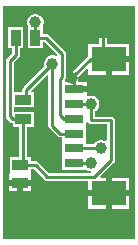
<source format=gtl>
G04*
G04 #@! TF.GenerationSoftware,Altium Limited,Altium Designer,23.3.1 (30)*
G04*
G04 Layer_Physical_Order=1*
G04 Layer_Color=255*
%FSLAX25Y25*%
%MOIN*%
G70*
G04*
G04 #@! TF.SameCoordinates,C83B7F6B-13C3-4CBD-8C34-FD451FA8F7DD*
G04*
G04*
G04 #@! TF.FilePolarity,Positive*
G04*
G01*
G75*
%ADD12R,0.11811X0.08268*%
%ADD13R,0.06299X0.03150*%
%ADD14R,0.03347X0.05315*%
%ADD15R,0.05315X0.03347*%
%ADD16R,0.05315X0.03740*%
%ADD22C,0.01000*%
%ADD23C,0.03937*%
G36*
X44673Y827D02*
X827D01*
Y78673D01*
X44673D01*
Y827D01*
D02*
G37*
%LPC*%
G36*
X11864Y75868D02*
X11135D01*
X10431Y75680D01*
X9800Y75315D01*
X9285Y74800D01*
X8920Y74169D01*
X8732Y73465D01*
Y72736D01*
X8920Y72031D01*
X9139Y71652D01*
X9027Y71457D01*
X9027D01*
Y64543D01*
X13973D01*
Y66675D01*
X14651D01*
X18966Y62359D01*
X18932Y62068D01*
X18407Y61800D01*
X18269Y61880D01*
X17564Y62068D01*
X16836D01*
X16131Y61880D01*
X15500Y61515D01*
X14985Y61000D01*
X14620Y60369D01*
X14432Y59664D01*
Y58935D01*
X14543Y58518D01*
X7563Y51537D01*
X7275Y51107D01*
X7175Y50600D01*
Y49721D01*
X4326D01*
Y59751D01*
X5941Y61367D01*
X6229Y61797D01*
X6329Y62304D01*
Y64543D01*
X7477D01*
Y71457D01*
X2531D01*
Y64543D01*
X3678D01*
Y62853D01*
X2063Y61237D01*
X1775Y60807D01*
X1674Y60300D01*
Y41752D01*
X1775Y41245D01*
X2063Y40815D01*
X3063Y39815D01*
X3493Y39527D01*
X4000Y39426D01*
X4042D01*
Y38279D01*
X6174D01*
Y28170D01*
X3042D01*
X3042Y22882D01*
X2843Y22465D01*
X2843Y22413D01*
Y20594D01*
X6500D01*
X10158D01*
Y22413D01*
X10158Y22465D01*
X9957Y22882D01*
X9957Y22964D01*
Y24174D01*
X11051D01*
X14563Y20663D01*
X14993Y20375D01*
X15500Y20275D01*
X29012D01*
Y17157D01*
X34917D01*
Y21291D01*
X33419D01*
X33228Y21753D01*
X37637Y26163D01*
X37925Y26593D01*
X38026Y27100D01*
Y40382D01*
X37925Y40889D01*
X37637Y41319D01*
X37207Y41606D01*
X36700Y41707D01*
X31425D01*
Y43468D01*
X31800Y43685D01*
X32315Y44200D01*
X32680Y44831D01*
X32868Y45535D01*
Y46264D01*
X32680Y46969D01*
X32315Y47600D01*
X31800Y48115D01*
X31169Y48480D01*
X30465Y48669D01*
X29735D01*
X29150Y48511D01*
X28650Y48769D01*
Y49803D01*
X24500D01*
Y51803D01*
X28650D01*
Y53378D01*
X25826D01*
Y54851D01*
X28550Y57576D01*
X29012Y57384D01*
Y55708D01*
X34917D01*
Y60842D01*
X35917D01*
Y61842D01*
X42823D01*
Y65976D01*
X35425D01*
Y69500D01*
X35325Y70007D01*
X35037Y70437D01*
X34607Y70725D01*
X34100Y70825D01*
X33593Y70725D01*
X33163Y70437D01*
X32875Y70007D01*
X32774Y69500D01*
Y65976D01*
X29012D01*
Y61784D01*
X29005Y61780D01*
X23563Y56337D01*
X22863Y55637D01*
X22575Y55207D01*
X22475Y54700D01*
X22575Y54193D01*
X22786Y53878D01*
X22644Y53481D01*
X22564Y53378D01*
X21559D01*
X21352Y53878D01*
X21437Y53963D01*
X21725Y54393D01*
X21825Y54900D01*
Y62700D01*
X21725Y63207D01*
X21437Y63637D01*
X16137Y68937D01*
X15707Y69225D01*
X15200Y69326D01*
X13973D01*
Y71457D01*
X13973D01*
X13861Y71652D01*
X14080Y72031D01*
X14268Y72736D01*
Y73465D01*
X14080Y74169D01*
X13715Y74800D01*
X13200Y75315D01*
X12569Y75680D01*
X11864Y75868D01*
D02*
G37*
G36*
X42823Y59842D02*
X36917D01*
Y55708D01*
X42823D01*
Y59842D01*
D02*
G37*
G36*
Y21291D02*
X36917D01*
Y17157D01*
X42823D01*
Y21291D01*
D02*
G37*
G36*
X10158Y18594D02*
X7500D01*
Y16724D01*
X10158D01*
Y18594D01*
D02*
G37*
G36*
X5500D02*
X2843D01*
Y16724D01*
X5500D01*
Y18594D01*
D02*
G37*
G36*
X42823Y15157D02*
X36917D01*
Y11023D01*
X42823D01*
Y15157D01*
D02*
G37*
G36*
X34917D02*
X29012D01*
Y11023D01*
X34917D01*
Y15157D01*
D02*
G37*
%LPD*%
G36*
X29163Y39445D02*
X29593Y39157D01*
X30100Y39056D01*
X35375D01*
Y33734D01*
X34874Y33463D01*
X34469Y33698D01*
X33764Y33887D01*
X33035D01*
X32331Y33698D01*
X31700Y33333D01*
X31185Y32818D01*
X30968Y32443D01*
X28450D01*
Y33493D01*
X28450D01*
Y33664D01*
X28450D01*
Y38414D01*
X28450D01*
Y38586D01*
X28450D01*
Y39647D01*
X28950Y39764D01*
X29163Y39445D01*
D02*
G37*
G36*
X15875Y55447D02*
Y38700D01*
X15975Y38193D01*
X16263Y37763D01*
X18924Y35102D01*
X19354Y34815D01*
X19861Y34714D01*
X20550D01*
Y33664D01*
X20550D01*
Y33493D01*
X20550D01*
Y28743D01*
X20550D01*
Y28572D01*
X20550D01*
Y23822D01*
X28450D01*
Y23822D01*
X28566Y23889D01*
X29031Y23620D01*
X29735Y23431D01*
X29904D01*
X30170Y22931D01*
X30166Y22926D01*
X16049D01*
X12537Y26437D01*
X12107Y26725D01*
X11600Y26825D01*
X9957D01*
Y28170D01*
X8826D01*
Y38279D01*
X10958D01*
Y43225D01*
X4326D01*
Y44775D01*
X10958D01*
Y49721D01*
X10203D01*
X9996Y50221D01*
X15413Y55638D01*
X15875Y55447D01*
D02*
G37*
D12*
X35917Y60842D02*
D03*
Y16157D02*
D03*
D13*
X24500Y50803D02*
D03*
Y45882D02*
D03*
Y40961D02*
D03*
Y36039D02*
D03*
Y31118D02*
D03*
Y26197D02*
D03*
D14*
X11500Y68000D02*
D03*
X5004D02*
D03*
D15*
X7500Y40752D02*
D03*
Y47248D02*
D03*
D16*
X6500Y19594D02*
D03*
Y25500D02*
D03*
D22*
X34100Y60842D02*
Y69500D01*
X29942Y60842D02*
X34100D01*
X23800Y54700D02*
X24500Y55400D01*
Y50803D02*
Y55400D01*
X8500Y47248D02*
Y50600D01*
X30091Y45891D02*
X30100Y45882D01*
X30091Y45891D02*
X30100Y45900D01*
X30082Y45882D02*
X30091Y45891D01*
X7500Y25500D02*
X11600D01*
X6500D02*
X7500D01*
Y40752D01*
X34100Y60842D02*
X35917D01*
X24500Y55400D02*
X29942Y60842D01*
X24500Y31118D02*
X33400D01*
X11600Y25500D02*
X15500Y21600D01*
X31200D01*
X36700Y27100D01*
Y40382D01*
X30100D02*
X36700D01*
X30100D02*
Y45882D01*
X24500D02*
X30091Y45891D01*
X24500Y45882D02*
X30082D01*
X11500Y68000D02*
X15200D01*
X20500Y62700D01*
Y54900D02*
Y62700D01*
X19800Y54200D02*
X20500Y54900D01*
X19800Y42161D02*
Y54200D01*
Y42161D02*
X21000Y40961D01*
X24500D01*
X17200Y38700D02*
Y59300D01*
Y38700D02*
X19861Y36039D01*
X24500D01*
Y26197D02*
X30097D01*
X30100Y26200D01*
X7500Y47248D02*
X8500D01*
Y50600D02*
X17200Y59300D01*
X11500Y68000D02*
Y73100D01*
X5004Y62304D02*
Y68000D01*
X3000Y60300D02*
X5004Y62304D01*
X3000Y41752D02*
Y60300D01*
Y41752D02*
X4000Y40752D01*
X7500D01*
D23*
X23800Y54700D02*
D03*
X34100Y69500D02*
D03*
X33400Y31118D02*
D03*
X30100Y45900D02*
D03*
X17200Y59300D02*
D03*
X30100Y26200D02*
D03*
X11500Y73100D02*
D03*
M02*

</source>
